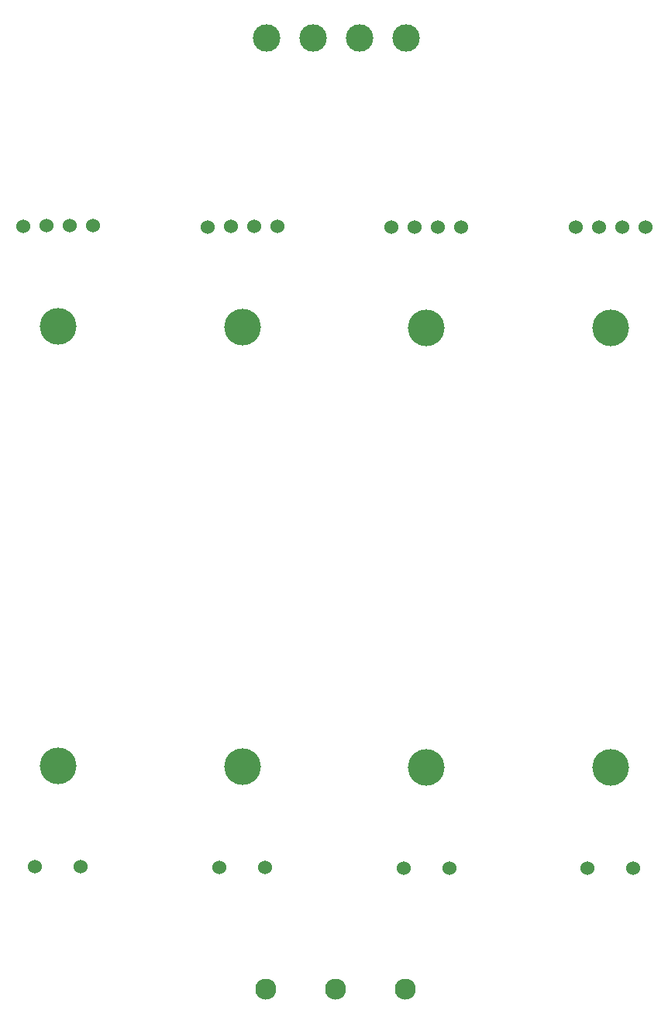
<source format=gtl>
G04 Layer: TopLayer*
G04 EasyEDA Pro v2.2.45.4, 2025-12-09 12:56:18*
G04 Gerber Generator version 0.3*
G04 Scale: 100 percent, Rotated: No, Reflected: No*
G04 Dimensions in millimeters*
G04 Leading zeros omitted, absolute positions, 4 integers and 5 decimals*
G04 Generated by one-click*
%FSLAX45Y45*%
%MOMM*%
%ADD10C,1.524*%
%ADD11C,3.99999*%
%ADD12C,2.3*%
%ADD13C,2.99999*%
%ADD14C,0.5404*%
G75*


G04 Pad Start*
G54D10*
G01X2016701Y-3416299D03*
G01X2270700Y-3412299D03*
G01X2147701Y-10412285D03*
G01X2524700Y-3412299D03*
G01X2778699Y-3412299D03*
G01X2647700Y-10412285D03*
G54D11*
G01X2397700Y-4512297D03*
G01X2397700Y-9312288D03*
G54D12*
G01X6197600Y-11747500D03*
G01X5435600Y-11747500D03*
G01X4673600Y-11747500D03*
G54D10*
G01X4033521Y-3423919D03*
G01X4287520Y-3419919D03*
G01X4164521Y-10419905D03*
G01X4541520Y-3419919D03*
G01X4795519Y-3419919D03*
G01X4664520Y-10419905D03*
G54D11*
G01X4414520Y-4519917D03*
G01X4414520Y-9319908D03*
G54D10*
G01X6045201Y-3428999D03*
G01X6299200Y-3424999D03*
G01X6176201Y-10424985D03*
G01X6553200Y-3424999D03*
G01X6807199Y-3424999D03*
G01X6676200Y-10424985D03*
G54D11*
G01X6426200Y-4524997D03*
G01X6426200Y-9324988D03*
G54D10*
G01X8056881Y-3428999D03*
G01X8310880Y-3424999D03*
G01X8187881Y-10424985D03*
G01X8564880Y-3424999D03*
G01X8818879Y-3424999D03*
G01X8687880Y-10424985D03*
G54D11*
G01X8437880Y-4524997D03*
G01X8437880Y-9324988D03*
G54D13*
G01X6202000Y-1360000D03*
G01X5694000Y-1360000D03*
G01X5186000Y-1360000D03*
G01X4678000Y-1360000D03*
G04 Pad End*

M02*


</source>
